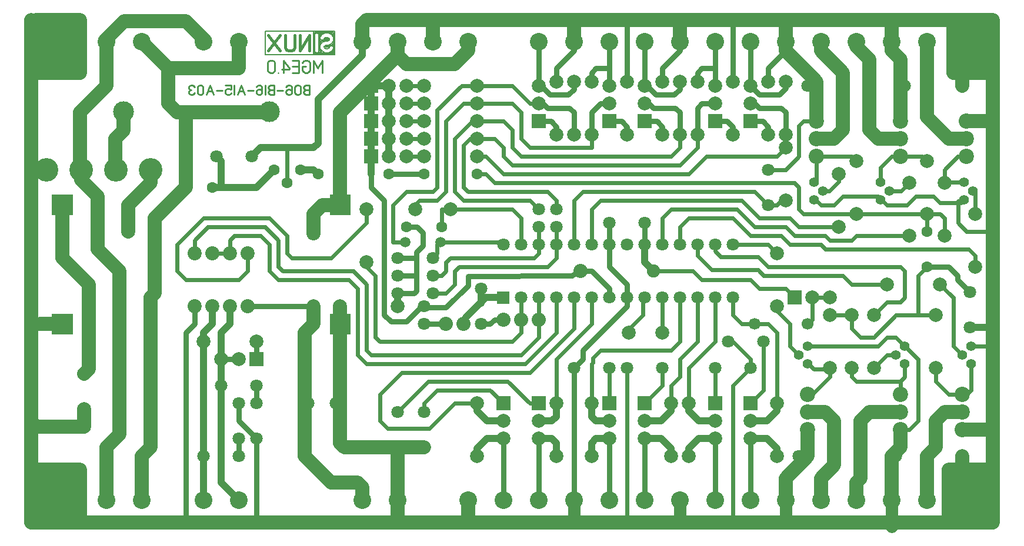
<source format=gbr>
%FSLAX34Y34*%
%MOMM*%
%LNSILK_TOP*%
G71*
G01*
%ADD10C, 4.50*%
%ADD11C, 1.80*%
%ADD12C, 2.54*%
%ADD13C, 2.00*%
%ADD14C, 2.00*%
%ADD15C, 2.03*%
%ADD16C, 1.91*%
%ADD17C, 2.04*%
%ADD18C, 1.00*%
%ADD19C, 1.80*%
%ADD20C, 2.00*%
%ADD21C, 0.80*%
%ADD22C, 1.80*%
%ADD23C, 0.60*%
%ADD24C, 1.60*%
%ADD25C, 1.50*%
%ADD26C, 0.40*%
%ADD27C, 0.20*%
%ADD28C, 0.22*%
%ADD29C, 2.04*%
%ADD30C, 0.24*%
%ADD31C, 1.70*%
%ADD32C, 3.00*%
%ADD33C, 3.40*%
%ADD34C, 2.00*%
%ADD35C, 2.20*%
%ADD36C, 1.40*%
%LPD*%
X88900Y-107950D02*
G54D10*
D03*
X88900Y-742950D02*
G54D10*
D03*
X1409700Y-107950D02*
G54D10*
D03*
X1409700Y-742950D02*
G54D10*
D03*
G36*
X86600Y-315200D02*
X116600Y-315200D01*
X116600Y-345200D01*
X86600Y-345200D01*
X86600Y-315200D01*
G37*
G36*
X86600Y-486650D02*
X116600Y-486650D01*
X116600Y-516650D01*
X86600Y-516650D01*
X86600Y-486650D01*
G37*
G36*
X486650Y-486650D02*
X516650Y-486650D01*
X516650Y-516650D01*
X486650Y-516650D01*
X486650Y-486650D01*
G37*
G36*
X486650Y-315200D02*
X516650Y-315200D01*
X516650Y-345200D01*
X486650Y-345200D01*
X486650Y-315200D01*
G37*
G36*
X727600Y-454550D02*
X745600Y-454550D01*
X745600Y-472550D01*
X727600Y-472550D01*
X727600Y-454550D01*
G37*
X762000Y-463550D02*
G54D11*
D03*
X787400Y-463550D02*
G54D11*
D03*
X812800Y-463550D02*
G54D11*
D03*
X838200Y-463550D02*
G54D11*
D03*
X863600Y-463550D02*
G54D11*
D03*
X889000Y-463550D02*
G54D11*
D03*
X914400Y-463550D02*
G54D11*
D03*
X939800Y-463550D02*
G54D11*
D03*
X965200Y-463550D02*
G54D11*
D03*
X990600Y-463550D02*
G54D11*
D03*
X1016000Y-463550D02*
G54D11*
D03*
X1041400Y-463550D02*
G54D11*
D03*
X1066800Y-463550D02*
G54D11*
D03*
X1066800Y-387350D02*
G54D11*
D03*
X1041400Y-387350D02*
G54D11*
D03*
X1016000Y-387350D02*
G54D11*
D03*
X990600Y-387350D02*
G54D11*
D03*
X965200Y-387350D02*
G54D11*
D03*
X939800Y-387350D02*
G54D11*
D03*
X914400Y-387350D02*
G54D11*
D03*
X889000Y-387350D02*
G54D11*
D03*
X863600Y-387350D02*
G54D11*
D03*
X838200Y-387350D02*
G54D11*
D03*
X812800Y-387350D02*
G54D11*
D03*
X787400Y-387350D02*
G54D11*
D03*
X762000Y-387350D02*
G54D11*
D03*
X736600Y-387350D02*
G54D11*
D03*
X215900Y-755650D02*
G54D12*
D03*
X165100Y-755650D02*
G54D12*
D03*
X165100Y-95250D02*
G54D12*
D03*
X215900Y-95250D02*
G54D12*
D03*
X304800Y-95250D02*
G54D12*
D03*
X355600Y-95250D02*
G54D12*
D03*
X1295400Y-755650D02*
G54D12*
D03*
X1244600Y-755650D02*
G54D12*
D03*
X1346200Y-755650D02*
G54D12*
D03*
X1143000Y-755650D02*
G54D12*
D03*
X1092200Y-755650D02*
G54D12*
D03*
X1193800Y-755650D02*
G54D12*
D03*
X990600Y-755650D02*
G54D12*
D03*
X939800Y-755650D02*
G54D12*
D03*
X1041400Y-755650D02*
G54D12*
D03*
X838200Y-755650D02*
G54D12*
D03*
X787400Y-755650D02*
G54D12*
D03*
X889000Y-755650D02*
G54D12*
D03*
X584200Y-755650D02*
G54D12*
D03*
X533400Y-755650D02*
G54D12*
D03*
X355600Y-755650D02*
G54D12*
D03*
X304800Y-755650D02*
G54D12*
D03*
G54D13*
X304800Y-95250D02*
X304800Y-90488D01*
X279400Y-65088D01*
X190500Y-65088D01*
X165100Y-90488D01*
X165100Y-93662D01*
X133320Y-649319D02*
G54D14*
D03*
X133320Y-573119D02*
G54D14*
D03*
X368300Y-476250D02*
G54D15*
D03*
X342900Y-476250D02*
G54D15*
D03*
X317500Y-476250D02*
G54D15*
D03*
X292100Y-476250D02*
G54D15*
D03*
X368300Y-400050D02*
G54D15*
D03*
X342900Y-400050D02*
G54D15*
D03*
X317500Y-400050D02*
G54D15*
D03*
X292100Y-400050D02*
G54D15*
D03*
X463550Y-476250D02*
G54D16*
D03*
X463550Y-371475D02*
G54D17*
D03*
G54D18*
X317500Y-476250D02*
X317500Y-501650D01*
X304800Y-514350D01*
X304800Y-755650D01*
G54D18*
X342900Y-476250D02*
X342900Y-501650D01*
X330200Y-514350D01*
X330200Y-730250D01*
X355600Y-755650D01*
X304800Y-527050D02*
G54D14*
D03*
X381000Y-527050D02*
G54D14*
D03*
X304800Y-692150D02*
G54D19*
D03*
X355600Y-692150D02*
G54D19*
D03*
X330200Y-590550D02*
G54D19*
D03*
X381000Y-590550D02*
G54D19*
D03*
X381000Y-666750D02*
G54D19*
D03*
X381000Y-615950D02*
G54D19*
D03*
X355600Y-615950D02*
G54D19*
D03*
X355600Y-666750D02*
G54D19*
D03*
G36*
X391000Y-562450D02*
X371000Y-562450D01*
X371000Y-542450D01*
X391000Y-542450D01*
X391000Y-562450D01*
G37*
X355600Y-552450D02*
G54D20*
D03*
X330200Y-552450D02*
G54D20*
D03*
G54D21*
X355600Y-692150D02*
X355600Y-666750D01*
G54D21*
X355600Y-615950D02*
X355600Y-641350D01*
X381000Y-666750D01*
X381000Y-793750D01*
G54D13*
X584200Y-755650D02*
X584200Y-787400D01*
G54D13*
X685800Y-755650D02*
X685800Y-787400D01*
G54D21*
X368300Y-476250D02*
X457200Y-476250D01*
X450850Y-546100D02*
G54D19*
D03*
X501650Y-546100D02*
G54D19*
D03*
G54D22*
X838200Y-755650D02*
X838200Y-787400D01*
G54D22*
X990600Y-755650D02*
X990600Y-787400D01*
G54D22*
X1143000Y-755650D02*
X1143000Y-787400D01*
G54D22*
X1295400Y-755650D02*
X1295400Y-793750D01*
X495300Y-615950D02*
G54D19*
D03*
X455300Y-615950D02*
G54D19*
D03*
G36*
X746600Y-605950D02*
X746600Y-625950D01*
X726600Y-625950D01*
X726600Y-605950D01*
X746600Y-605950D01*
G37*
X736600Y-641350D02*
G54D20*
D03*
X736600Y-666750D02*
G54D20*
D03*
G36*
X797400Y-605950D02*
X797400Y-625950D01*
X777400Y-625950D01*
X777400Y-605950D01*
X797400Y-605950D01*
G37*
X787400Y-641350D02*
G54D20*
D03*
X787400Y-666750D02*
G54D20*
D03*
G36*
X899000Y-605950D02*
X899000Y-625950D01*
X879000Y-625950D01*
X879000Y-605950D01*
X899000Y-605950D01*
G37*
X889000Y-641350D02*
G54D20*
D03*
X889000Y-666750D02*
G54D20*
D03*
G36*
X949800Y-605950D02*
X949800Y-625950D01*
X929800Y-625950D01*
X929800Y-605950D01*
X949800Y-605950D01*
G37*
X939800Y-641350D02*
G54D20*
D03*
X939800Y-666750D02*
G54D20*
D03*
G36*
X1051400Y-605950D02*
X1051400Y-625950D01*
X1031400Y-625950D01*
X1031400Y-605950D01*
X1051400Y-605950D01*
G37*
X1041400Y-641350D02*
G54D20*
D03*
X1041400Y-666750D02*
G54D20*
D03*
G36*
X1102200Y-605950D02*
X1102200Y-625950D01*
X1082200Y-625950D01*
X1082200Y-605950D01*
X1102200Y-605950D01*
G37*
X1092200Y-641350D02*
G54D20*
D03*
X1092200Y-666750D02*
G54D20*
D03*
X698500Y-692150D02*
G54D14*
D03*
X698500Y-615950D02*
G54D14*
D03*
X812800Y-615950D02*
G54D14*
D03*
X812800Y-692150D02*
G54D14*
D03*
X863600Y-615950D02*
G54D14*
D03*
X863600Y-692150D02*
G54D14*
D03*
X977900Y-615950D02*
G54D14*
D03*
X977900Y-692150D02*
G54D14*
D03*
X1003300Y-615950D02*
G54D14*
D03*
X1003300Y-692150D02*
G54D14*
D03*
X1130300Y-615950D02*
G54D14*
D03*
X1130300Y-692150D02*
G54D14*
D03*
G54D18*
X736600Y-641350D02*
X712800Y-641350D01*
X698500Y-627050D01*
X698500Y-615950D01*
G54D18*
X939800Y-641350D02*
X963600Y-641350D01*
X977900Y-627050D01*
X977900Y-615950D01*
G54D18*
X1041400Y-641350D02*
X1017600Y-641350D01*
X1003300Y-627050D01*
X1003300Y-615950D01*
G54D18*
X1092200Y-641350D02*
X1116000Y-641350D01*
X1130300Y-627050D01*
X1130300Y-615950D01*
G54D18*
X736600Y-666750D02*
X712700Y-666750D01*
X698500Y-680950D01*
X698500Y-692150D01*
G54D18*
X939800Y-666750D02*
X963700Y-666750D01*
X977900Y-680950D01*
X977900Y-692150D01*
G54D18*
X1041400Y-666750D02*
X1017500Y-666750D01*
X1003300Y-680950D01*
X1003300Y-692150D01*
G54D18*
X1092200Y-666750D02*
X1116100Y-666750D01*
X1130300Y-680950D01*
X1130300Y-692150D01*
G54D18*
X787400Y-641350D02*
X806400Y-641350D01*
X812800Y-634950D01*
X812800Y-615950D01*
G54D18*
X787400Y-666750D02*
X806500Y-666750D01*
X812800Y-673050D01*
X812800Y-692150D01*
G54D18*
X889000Y-641350D02*
X870000Y-641350D01*
X863600Y-634950D01*
X863600Y-615950D01*
G54D18*
X889000Y-666750D02*
X869900Y-666750D01*
X863600Y-673050D01*
X863600Y-692150D01*
G54D21*
X736600Y-666750D02*
X736600Y-755650D01*
G54D21*
X787400Y-666750D02*
X787400Y-755650D01*
G54D21*
X889000Y-666750D02*
X889000Y-755650D01*
G54D21*
X939800Y-666750D02*
X939800Y-755650D01*
G54D21*
X1041400Y-666750D02*
X1041400Y-755650D01*
G54D21*
X1092200Y-666750D02*
X1092200Y-755650D01*
X622300Y-628650D02*
G54D19*
D03*
X622300Y-679450D02*
G54D19*
D03*
X584200Y-628650D02*
G54D19*
D03*
X584200Y-679450D02*
G54D19*
D03*
X838200Y-565150D02*
G54D19*
D03*
X889000Y-565150D02*
G54D19*
D03*
X914400Y-565150D02*
G54D19*
D03*
X965200Y-565150D02*
G54D19*
D03*
G54D23*
X889000Y-565150D02*
X889000Y-615950D01*
X965200Y-514350D02*
G54D14*
D03*
X916800Y-514350D02*
G54D14*
D03*
X1041400Y-565150D02*
G54D19*
D03*
X1092200Y-565150D02*
G54D19*
D03*
X1060450Y-527050D02*
G54D19*
D03*
X1111250Y-527050D02*
G54D19*
D03*
G54D21*
X838200Y-565150D02*
X838200Y-755650D01*
G54D23*
X914400Y-565150D02*
X914400Y-793750D01*
G54D23*
X863600Y-615950D02*
X863600Y-558750D01*
X865200Y-557150D01*
X865200Y-550850D01*
X876300Y-539750D01*
X977900Y-539750D01*
X990600Y-527050D01*
X990600Y-463550D01*
G54D23*
X965200Y-565150D02*
X965200Y-590550D01*
X939800Y-615950D01*
G54D23*
X977900Y-615950D02*
X977900Y-590550D01*
X990600Y-577850D01*
X990600Y-552450D01*
X1016000Y-527050D01*
X1016000Y-463550D01*
G54D23*
X1003300Y-615950D02*
X1003300Y-565150D01*
X1041400Y-527050D01*
X1041400Y-463550D01*
G54D23*
X1041400Y-615950D02*
X1041400Y-565150D01*
G54D23*
X1092200Y-565150D02*
X1066800Y-590550D01*
X1066800Y-793750D01*
G54D23*
X965200Y-514350D02*
X965200Y-463550D01*
G54D23*
X914400Y-514350D02*
X912000Y-514350D01*
X937400Y-488950D01*
X937400Y-463550D01*
G54D21*
X838200Y-565150D02*
X850900Y-552450D01*
X850900Y-539750D01*
X914400Y-476250D01*
X914400Y-463550D01*
X1295400Y-95250D02*
G54D12*
D03*
X1346200Y-95250D02*
G54D12*
D03*
X1244600Y-95250D02*
G54D12*
D03*
X1143000Y-95250D02*
G54D12*
D03*
X1193800Y-95250D02*
G54D12*
D03*
X1092200Y-95250D02*
G54D12*
D03*
X990600Y-95250D02*
G54D12*
D03*
X1041400Y-95250D02*
G54D12*
D03*
X939800Y-95250D02*
G54D12*
D03*
X838200Y-95250D02*
G54D12*
D03*
X889000Y-95250D02*
G54D12*
D03*
X787400Y-95250D02*
G54D12*
D03*
X533400Y-95250D02*
G54D12*
D03*
X584200Y-95250D02*
G54D12*
D03*
G54D13*
X533400Y-95250D02*
X533400Y-69850D01*
G54D13*
X584200Y-95250D02*
X584200Y-114300D01*
X501650Y-196850D01*
X1346130Y-368380D02*
G54D24*
D03*
X1346130Y-419180D02*
G54D24*
D03*
G54D13*
X1295400Y-95250D02*
X1295400Y-63500D01*
G54D13*
X1143000Y-95250D02*
X1143000Y-63500D01*
G54D13*
X990600Y-95250D02*
X990600Y-63500D01*
G54D13*
X838200Y-95250D02*
X838200Y-63500D01*
G54D13*
X635000Y-95250D02*
X635000Y-63500D01*
G54D13*
X685800Y-95250D02*
X685800Y-107950D01*
X666750Y-127000D01*
X596900Y-127000D01*
X584200Y-114300D01*
G36*
X1082200Y-219550D02*
X1082200Y-199550D01*
X1102200Y-199550D01*
X1102200Y-219550D01*
X1082200Y-219550D01*
G37*
X1092200Y-184150D02*
G54D20*
D03*
X1092200Y-158750D02*
G54D20*
D03*
G36*
X1031400Y-219550D02*
X1031400Y-199550D01*
X1051400Y-199550D01*
X1051400Y-219550D01*
X1031400Y-219550D01*
G37*
X1041400Y-184150D02*
G54D20*
D03*
X1041400Y-158750D02*
G54D20*
D03*
G36*
X929800Y-219550D02*
X929800Y-199550D01*
X949800Y-199550D01*
X949800Y-219550D01*
X929800Y-219550D01*
G37*
X939800Y-184150D02*
G54D20*
D03*
X939800Y-158750D02*
G54D20*
D03*
G36*
X879000Y-219550D02*
X879000Y-199550D01*
X899000Y-199550D01*
X899000Y-219550D01*
X879000Y-219550D01*
G37*
X889000Y-184150D02*
G54D20*
D03*
X889000Y-158750D02*
G54D20*
D03*
G36*
X777400Y-219550D02*
X777400Y-199550D01*
X797400Y-199550D01*
X797400Y-219550D01*
X777400Y-219550D01*
G37*
X787400Y-184150D02*
G54D20*
D03*
X787400Y-158750D02*
G54D20*
D03*
X1117600Y-152400D02*
G54D14*
D03*
X1117600Y-228600D02*
G54D14*
D03*
G54D21*
X1092200Y-95250D02*
X1092200Y-158750D01*
X1143000Y-152400D02*
G54D14*
D03*
X1143000Y-228600D02*
G54D14*
D03*
G54D21*
X1143000Y-95250D02*
X1143000Y-107950D01*
X1117600Y-133350D01*
X1117600Y-152400D01*
G54D21*
X1092200Y-209550D02*
X1109750Y-209550D01*
X1117600Y-217400D01*
X1117600Y-228600D01*
G54D21*
X1143000Y-152400D02*
X1143000Y-162000D01*
X1133500Y-171500D01*
X1104950Y-171500D01*
X1092200Y-158750D01*
G54D21*
X1092200Y-184150D02*
X1098550Y-184150D01*
X1104900Y-190500D01*
X1136650Y-190500D01*
X1143000Y-196850D01*
X1143000Y-228600D01*
X1066800Y-152400D02*
G54D14*
D03*
X1066800Y-228600D02*
G54D14*
D03*
X1016000Y-152400D02*
G54D14*
D03*
X1016000Y-228600D02*
G54D14*
D03*
X965200Y-152400D02*
G54D14*
D03*
X965200Y-228600D02*
G54D14*
D03*
X990600Y-152400D02*
G54D14*
D03*
X990600Y-228600D02*
G54D14*
D03*
X914400Y-152400D02*
G54D14*
D03*
X914400Y-228600D02*
G54D14*
D03*
X863600Y-152400D02*
G54D14*
D03*
X863600Y-228600D02*
G54D14*
D03*
X838200Y-152400D02*
G54D14*
D03*
X838200Y-228600D02*
G54D14*
D03*
X812800Y-152400D02*
G54D14*
D03*
X812800Y-228600D02*
G54D14*
D03*
G54D21*
X1041400Y-95250D02*
X1041400Y-158750D01*
G54D21*
X1066800Y-152400D02*
X1066800Y-57150D01*
G54D21*
X1041400Y-209550D02*
X1057250Y-209550D01*
X1057300Y-209500D01*
X1058900Y-209500D01*
X1066800Y-217400D01*
X1066800Y-228600D01*
G54D21*
X1016000Y-152400D02*
X1016000Y-139700D01*
X1022350Y-133350D01*
X1041400Y-133350D01*
G54D21*
X1016000Y-228600D02*
X1016000Y-190500D01*
X1022350Y-184150D01*
X1041400Y-184150D01*
G54D21*
X990600Y-95250D02*
X990600Y-107950D01*
X965200Y-133350D01*
X965200Y-152400D01*
G54D21*
X939800Y-95250D02*
X939800Y-158750D01*
G54D21*
X939800Y-209550D02*
X957350Y-209550D01*
X965200Y-217400D01*
X965200Y-228600D01*
G54D21*
X939800Y-158750D02*
X942950Y-158750D01*
X955700Y-171500D01*
X982600Y-171500D01*
X990600Y-163500D01*
X990600Y-152400D01*
G54D21*
X939800Y-184150D02*
X946150Y-184150D01*
X952500Y-190500D01*
X984250Y-190500D01*
X990600Y-196850D01*
X990600Y-228600D01*
G54D21*
X914400Y-152400D02*
X914400Y-57150D01*
G54D21*
X889000Y-209550D02*
X906550Y-209550D01*
X914400Y-217400D01*
X914400Y-228600D01*
G54D21*
X889000Y-95250D02*
X889000Y-158750D01*
G54D21*
X863600Y-152400D02*
X863600Y-139700D01*
X869950Y-133350D01*
X889000Y-133350D01*
G54D21*
X863600Y-228600D02*
X863600Y-196850D01*
X876300Y-184150D01*
X889000Y-184150D01*
G54D21*
X812800Y-152400D02*
X812800Y-133350D01*
X838200Y-107950D01*
X838200Y-95250D01*
G54D21*
X787400Y-209550D02*
X804950Y-209550D01*
X812800Y-217400D01*
X812800Y-228600D01*
G54D21*
X787400Y-95250D02*
X787400Y-158750D01*
G54D21*
X787400Y-158750D02*
X790550Y-158750D01*
X803300Y-171500D01*
X830200Y-171500D01*
X838200Y-163500D01*
X838200Y-152400D01*
G54D21*
X787400Y-184150D02*
X793750Y-184150D01*
X800100Y-190500D01*
X831850Y-190500D01*
X838200Y-196850D01*
X838200Y-228600D01*
G36*
X536100Y-148750D02*
X556100Y-148750D01*
X556100Y-168750D01*
X536100Y-168750D01*
X536100Y-148750D01*
G37*
X571500Y-158750D02*
G54D20*
D03*
X596900Y-158750D02*
G54D20*
D03*
G36*
X536100Y-174150D02*
X556100Y-174150D01*
X556100Y-194150D01*
X536100Y-194150D01*
X536100Y-174150D01*
G37*
X571500Y-184150D02*
G54D20*
D03*
X596900Y-184150D02*
G54D20*
D03*
G36*
X536100Y-199550D02*
X556100Y-199550D01*
X556100Y-219550D01*
X536100Y-219550D01*
X536100Y-199550D01*
G37*
X571500Y-209550D02*
G54D20*
D03*
X596900Y-209550D02*
G54D20*
D03*
G36*
X536100Y-224950D02*
X556100Y-224950D01*
X556100Y-244950D01*
X536100Y-244950D01*
X536100Y-224950D01*
G37*
X571500Y-234950D02*
G54D20*
D03*
X596900Y-234950D02*
G54D20*
D03*
G36*
X536100Y-250350D02*
X556100Y-250350D01*
X556100Y-270350D01*
X536100Y-270350D01*
X536100Y-250350D01*
G37*
X571500Y-260350D02*
G54D20*
D03*
X596900Y-260350D02*
G54D20*
D03*
G54D23*
X698500Y-615950D02*
X673100Y-615950D01*
G54D23*
X673100Y-615950D02*
X666800Y-615950D01*
X630300Y-652450D01*
X569900Y-652450D01*
X558800Y-641350D01*
X558800Y-603250D01*
G54D23*
X812800Y-615950D02*
X812800Y-552450D01*
X863600Y-501650D01*
X863600Y-463550D01*
X622300Y-158750D02*
G54D14*
D03*
X698500Y-158750D02*
G54D14*
D03*
X622300Y-184150D02*
G54D14*
D03*
X698500Y-184150D02*
G54D14*
D03*
X622300Y-209550D02*
G54D14*
D03*
X698500Y-209550D02*
G54D14*
D03*
X622300Y-234950D02*
G54D14*
D03*
X698500Y-234950D02*
G54D14*
D03*
X622300Y-260350D02*
G54D14*
D03*
X698500Y-260350D02*
G54D14*
D03*
G54D23*
X698500Y-209550D02*
X736600Y-209550D01*
X749300Y-222250D01*
X749300Y-247650D01*
X762000Y-260350D01*
X977900Y-260350D01*
X990600Y-247650D01*
X990600Y-228600D01*
G54D23*
X698500Y-184150D02*
X749300Y-184150D01*
X762000Y-196850D01*
X762000Y-234950D01*
X774700Y-247650D01*
X863600Y-247650D01*
X863600Y-228600D01*
G54D23*
X698500Y-234950D02*
X723900Y-234950D01*
X736600Y-247650D01*
X736600Y-260350D01*
X749300Y-273050D01*
X990600Y-273050D01*
X1016000Y-247650D01*
X1016000Y-228600D01*
G54D23*
X698500Y-260350D02*
X711200Y-260350D01*
X736600Y-285750D01*
X1003300Y-285750D01*
X1028700Y-260350D01*
X1130300Y-260350D01*
X1143000Y-247650D01*
X1143000Y-228600D01*
X1143000Y-247650D02*
G54D14*
D03*
X1143000Y-323850D02*
G54D14*
D03*
X1117600Y-279400D02*
G54D19*
D03*
X1117600Y-330200D02*
G54D19*
D03*
X812800Y-336550D02*
G54D19*
D03*
X812800Y-361950D02*
G54D19*
D03*
X787400Y-361950D02*
G54D19*
D03*
X787400Y-336550D02*
G54D19*
D03*
G54D23*
X698500Y-234950D02*
X688900Y-234950D01*
X679400Y-244450D01*
X679400Y-304750D01*
X685800Y-311150D01*
X800100Y-311150D01*
X812800Y-323850D01*
X812800Y-336550D01*
G54D23*
X698500Y-209550D02*
X692150Y-209550D01*
X666750Y-234950D01*
X666750Y-311150D01*
X679450Y-323850D01*
X774700Y-323850D01*
X787400Y-336550D01*
G54D23*
X812800Y-361950D02*
X812800Y-387350D01*
G54D23*
X787400Y-361950D02*
X787400Y-387350D01*
X609600Y-336550D02*
G54D14*
D03*
X660400Y-336550D02*
G54D14*
D03*
X595312Y-384175D02*
G54D25*
D03*
X646112Y-384175D02*
G54D25*
D03*
G54D23*
X622300Y-158750D02*
X596900Y-158750D01*
G54D23*
X622300Y-184150D02*
X596900Y-184150D01*
G54D23*
X622300Y-209550D02*
X596900Y-209550D01*
G54D23*
X622300Y-234950D02*
X596900Y-234950D01*
G54D23*
X622300Y-260350D02*
X596900Y-260350D01*
G54D18*
X546100Y-158750D02*
X546100Y-285750D01*
G54D23*
X317500Y-400050D02*
X342900Y-400050D01*
X596900Y-361950D02*
G54D24*
D03*
X647700Y-361950D02*
G54D24*
D03*
X584200Y-406400D02*
G54D19*
D03*
X635000Y-406400D02*
G54D19*
D03*
G54D23*
X647700Y-336550D02*
X647700Y-361950D01*
G54D23*
X698500Y-184150D02*
X679450Y-184150D01*
X654050Y-209550D01*
X654050Y-311150D01*
X641350Y-323850D01*
X615950Y-323850D01*
X606425Y-333375D01*
G54D23*
X647700Y-336550D02*
X749300Y-336550D01*
X762000Y-349250D01*
X762000Y-381000D01*
G54D23*
X698500Y-158750D02*
X676300Y-158750D01*
X641400Y-193650D01*
X641400Y-304750D01*
X635000Y-311150D01*
X596900Y-311150D01*
X577850Y-330200D01*
X577850Y-384175D01*
X595312Y-384175D01*
X584200Y-431800D02*
G54D19*
D03*
X635000Y-431800D02*
G54D19*
D03*
X584200Y-457200D02*
G54D19*
D03*
X635000Y-457200D02*
G54D19*
D03*
G54D21*
X889000Y-387350D02*
X889000Y-419100D01*
X914400Y-444500D01*
X914400Y-463550D01*
X952500Y-425450D02*
G54D16*
D03*
X847725Y-425450D02*
G54D17*
D03*
G54D18*
X939800Y-387350D02*
X939800Y-412742D01*
X952478Y-425421D01*
X584200Y-476250D02*
G54D14*
D03*
X501650Y-476250D02*
G54D14*
D03*
G54D21*
X546100Y-285750D02*
X546100Y-304800D01*
X565150Y-323850D01*
X565150Y-488950D01*
X574675Y-498475D01*
X596900Y-498475D01*
X617538Y-477838D01*
X654050Y-477838D01*
X685800Y-446088D01*
X685753Y-432617D01*
X834974Y-431800D01*
X847704Y-425421D01*
X889000Y-355600D02*
G54D19*
D03*
X939800Y-355600D02*
G54D19*
D03*
G54D21*
X889000Y-355600D02*
X889000Y-387350D01*
G54D21*
X939800Y-355600D02*
X939800Y-387350D01*
G54D13*
X501650Y-196850D02*
X501650Y-247650D01*
G54D13*
X57150Y-63500D02*
X57150Y-787400D01*
G54D13*
X57150Y-787400D02*
X1441450Y-787400D01*
G54D13*
X565150Y-63500D02*
X539750Y-63500D01*
X533400Y-69850D01*
G54D13*
X565150Y-63500D02*
X1441450Y-63500D01*
G54D13*
X1441450Y-107950D02*
X1441450Y-63500D01*
X1435100Y-63500D01*
G54D13*
X1441450Y-107950D02*
X1441450Y-781050D01*
X1435100Y-787400D01*
X133320Y-623919D02*
G54D14*
D03*
G54D13*
X95250Y-63500D02*
X63500Y-63500D01*
G54D13*
X63500Y-107950D02*
X107950Y-107950D01*
X107950Y-63500D01*
X95250Y-63500D01*
G54D13*
X1397000Y-69850D02*
X1397000Y-107950D01*
X1441450Y-107950D01*
G54D13*
X1397000Y-781050D02*
X1397000Y-742950D01*
X1441450Y-742950D01*
G54D13*
X76200Y-742950D02*
X107950Y-742950D01*
X107950Y-781050D01*
G54D26*
X457200Y-107950D02*
X457200Y-85728D01*
X443867Y-107950D01*
X443867Y-85728D01*
G54D26*
X436100Y-85728D02*
X436100Y-103784D01*
X434434Y-106561D01*
X431100Y-107950D01*
X427767Y-107950D01*
X424434Y-106561D01*
X422767Y-103784D01*
X422767Y-85728D01*
G54D26*
X415000Y-85728D02*
X398334Y-107950D01*
G54D26*
X415000Y-107950D02*
X398334Y-85728D01*
G54D27*
X463606Y-80013D02*
X393756Y-80013D01*
X393756Y-113350D01*
X463606Y-113350D01*
X463606Y-80013D01*
X493769Y-80013D01*
X493769Y-113350D01*
X463606Y-113350D01*
G54D27*
X472656Y-100519D02*
X474256Y-97819D01*
X475656Y-95719D01*
X479956Y-93919D01*
X483356Y-93819D01*
X485356Y-93219D01*
X486056Y-92119D01*
X486056Y-90819D01*
X485556Y-89619D01*
X483656Y-88719D01*
X481556Y-88719D01*
X479456Y-89519D01*
X478356Y-91519D01*
X476956Y-92819D01*
X475056Y-92919D01*
X473456Y-91919D01*
X472756Y-90619D01*
X472856Y-88919D01*
X475456Y-84819D01*
X480256Y-82719D01*
X484556Y-82719D01*
X489456Y-84719D01*
X492056Y-89019D01*
X492056Y-93519D01*
X489656Y-97619D01*
X484756Y-99819D01*
X481456Y-99819D01*
X479556Y-100619D01*
X478756Y-101919D01*
X478756Y-103019D01*
X479756Y-104419D01*
X481656Y-105019D01*
X483656Y-104919D01*
X485556Y-104019D01*
X487056Y-101419D01*
X488956Y-100619D01*
X490456Y-101119D01*
X491656Y-102019D01*
X492056Y-103119D01*
X491856Y-105119D01*
X489356Y-109019D01*
X484656Y-110919D01*
X480156Y-111019D01*
X475856Y-109019D01*
X472756Y-104819D01*
X472756Y-102519D01*
X472756Y-100519D01*
G54D27*
X464956Y-85619D02*
X464956Y-108619D01*
X465356Y-109519D01*
X466356Y-110519D01*
X467556Y-111019D01*
X468856Y-110919D01*
X470056Y-110119D01*
X470856Y-109219D01*
X471056Y-107819D01*
X471056Y-86319D01*
X470556Y-84019D01*
X469456Y-83019D01*
X467856Y-82519D01*
X467656Y-82719D01*
X466456Y-83019D01*
X465256Y-84119D01*
X465156Y-84819D01*
G54D27*
X465194Y-83188D02*
X465194Y-81600D01*
X469956Y-81600D01*
X492182Y-81600D01*
X492182Y-87156D01*
X492975Y-87950D01*
X492975Y-86363D01*
X490594Y-83982D01*
X490594Y-83188D01*
X488213Y-83188D01*
X487419Y-82394D01*
X477894Y-82394D01*
X477100Y-83188D01*
X470750Y-83188D01*
X470750Y-83982D01*
X471544Y-84775D01*
X473925Y-84775D01*
X472338Y-86363D01*
X472338Y-87950D01*
X472338Y-98269D01*
X471544Y-99063D01*
X471544Y-98269D01*
X473925Y-95888D01*
X473925Y-93506D01*
X474719Y-93506D01*
X475513Y-94300D01*
X477100Y-94300D01*
X478688Y-92713D01*
X483450Y-92713D01*
X484244Y-91919D01*
X484244Y-90332D01*
X481069Y-90332D01*
X480275Y-91125D01*
X483450Y-91125D01*
G54D27*
X465194Y-110175D02*
X465194Y-111763D01*
X492182Y-111763D01*
X492182Y-107000D01*
X492975Y-106206D01*
X492975Y-107000D01*
X490594Y-109382D01*
X490594Y-110175D01*
X489006Y-110175D01*
X487419Y-110175D01*
X486625Y-110969D01*
X476306Y-110969D01*
X471544Y-110969D01*
X471544Y-110175D01*
X472338Y-109382D01*
X473925Y-109382D01*
X474719Y-110175D01*
X474719Y-108588D01*
X472338Y-106206D01*
X472338Y-107794D01*
G54D27*
X492182Y-94300D02*
X492182Y-101444D01*
X492182Y-100650D01*
X491388Y-99856D01*
X491388Y-97475D01*
X491388Y-98269D01*
X489800Y-99856D01*
X487419Y-99856D01*
X486625Y-100650D01*
X481863Y-100650D01*
X481069Y-101444D01*
X485038Y-101444D01*
X485038Y-103032D01*
X481069Y-103032D01*
X480275Y-102238D01*
G54D27*
X481069Y-91125D02*
X480275Y-91125D01*
X478688Y-92713D01*
X478688Y-93506D01*
X477894Y-94300D01*
X474719Y-94300D01*
X473925Y-93506D01*
G54D27*
X470750Y-82394D02*
X473132Y-82394D01*
X474719Y-83982D01*
G54D13*
X63500Y-127000D02*
X114300Y-127000D01*
X127000Y-114300D01*
X127000Y-63500D01*
G36*
X63500Y-63500D02*
X63500Y-139700D01*
X127000Y-139700D01*
X127000Y-63500D01*
X63500Y-63500D01*
G37*
G54D13*
X63500Y-63500D02*
X63500Y-139700D01*
X127000Y-139700D01*
X127000Y-63500D01*
X63500Y-63500D01*
G36*
X127000Y-787400D02*
X127000Y-711200D01*
X57150Y-711200D01*
X57150Y-781050D01*
X63500Y-787400D01*
X127000Y-787400D01*
G37*
G54D13*
X127000Y-787400D02*
X127000Y-711200D01*
X57150Y-711200D01*
X57150Y-781050D01*
X63500Y-787400D01*
X127000Y-787400D01*
G36*
X1377950Y-711200D02*
X1377950Y-787400D01*
X1441450Y-787400D01*
X1441450Y-711200D01*
X1377950Y-711200D01*
G37*
G54D13*
X1377950Y-711200D02*
X1377950Y-787400D01*
X1441450Y-787400D01*
X1441450Y-711200D01*
X1377950Y-711200D01*
G36*
X1384300Y-139700D02*
X1441450Y-139700D01*
X1441450Y-63500D01*
X1384300Y-63500D01*
X1384300Y-139700D01*
G37*
G54D13*
X1384300Y-139700D02*
X1441450Y-139700D01*
X1441450Y-63500D01*
X1384300Y-63500D01*
X1384300Y-139700D01*
X635000Y-95250D02*
G54D12*
D03*
X685800Y-95250D02*
G54D12*
D03*
X736600Y-755650D02*
G54D12*
D03*
X685800Y-755650D02*
G54D12*
D03*
G54D28*
X476250Y-139700D02*
X476250Y-121922D01*
X469583Y-133033D01*
X462917Y-121922D01*
X462917Y-139700D01*
G54D28*
X452695Y-130811D02*
X447361Y-130811D01*
X447361Y-136367D01*
X448695Y-138589D01*
X451361Y-139700D01*
X454028Y-139700D01*
X456695Y-138589D01*
X458028Y-136367D01*
X458028Y-125256D01*
X456695Y-123033D01*
X454028Y-121922D01*
X451361Y-121922D01*
X448695Y-123033D01*
X447361Y-125256D01*
G54D28*
X433139Y-139700D02*
X442472Y-139700D01*
X442472Y-121922D01*
X433139Y-121922D01*
G54D28*
X442472Y-130811D02*
X433139Y-130811D01*
G54D28*
X420250Y-139700D02*
X420250Y-121922D01*
X428250Y-133033D01*
X428250Y-135256D01*
X417583Y-135256D01*
G54D28*
X412694Y-139700D02*
X412694Y-139700D01*
G54D28*
X397138Y-125256D02*
X397138Y-136367D01*
X398472Y-138589D01*
X401138Y-139700D01*
X403805Y-139700D01*
X406472Y-138589D01*
X407805Y-136367D01*
X407805Y-125256D01*
X406472Y-123033D01*
X403805Y-121922D01*
X401138Y-121922D01*
X398472Y-123033D01*
X397138Y-125256D01*
X787400Y-495300D02*
G54D29*
D03*
X762000Y-495300D02*
G54D29*
D03*
G54D18*
X736600Y-463550D02*
X711200Y-463550D01*
X682625Y-492125D01*
X736442Y-495342D02*
G54D29*
D03*
X704850Y-450850D02*
G54D19*
D03*
X704850Y-501650D02*
G54D19*
D03*
G54D18*
X704850Y-450850D02*
X704850Y-471488D01*
X679450Y-501650D02*
G54D29*
D03*
X654050Y-501650D02*
G54D29*
D03*
G54D18*
X584200Y-457200D02*
X584200Y-476250D01*
G54D30*
X457200Y-171450D02*
X457200Y-158117D01*
X452200Y-158117D01*
X450200Y-158950D01*
X449200Y-160617D01*
X449200Y-162283D01*
X450200Y-163950D01*
X452200Y-164783D01*
X450200Y-165617D01*
X449200Y-167283D01*
X449200Y-168950D01*
X450200Y-170617D01*
X452200Y-171450D01*
X457200Y-171450D01*
G54D30*
X457200Y-164783D02*
X452200Y-164783D01*
G54D30*
X436533Y-160617D02*
X436533Y-168950D01*
X437533Y-170617D01*
X439533Y-171450D01*
X441533Y-171450D01*
X443533Y-170617D01*
X444533Y-168950D01*
X444533Y-160617D01*
X443533Y-158950D01*
X441533Y-158117D01*
X439533Y-158117D01*
X437533Y-158950D01*
X436533Y-160617D01*
G54D30*
X423866Y-160617D02*
X424866Y-158950D01*
X426866Y-158117D01*
X428866Y-158117D01*
X430866Y-158950D01*
X431866Y-160617D01*
X431866Y-164783D01*
X431866Y-165617D01*
X428866Y-163950D01*
X426866Y-163950D01*
X424866Y-164783D01*
X423866Y-166450D01*
X423866Y-168950D01*
X424866Y-170617D01*
X426866Y-171450D01*
X428866Y-171450D01*
X430866Y-170617D01*
X431866Y-168950D01*
X431866Y-164783D01*
G54D30*
X419199Y-165617D02*
X411199Y-165617D01*
G54D30*
X406532Y-171450D02*
X406532Y-158117D01*
X401532Y-158117D01*
X399532Y-158950D01*
X398532Y-160617D01*
X398532Y-162283D01*
X399532Y-163950D01*
X401532Y-164783D01*
X399532Y-165617D01*
X398532Y-167283D01*
X398532Y-168950D01*
X399532Y-170617D01*
X401532Y-171450D01*
X406532Y-171450D01*
G54D30*
X406532Y-164783D02*
X401532Y-164783D01*
G54D30*
X393865Y-171450D02*
X393865Y-158117D01*
G54D30*
X381198Y-160617D02*
X382198Y-158950D01*
X384198Y-158117D01*
X386198Y-158117D01*
X388198Y-158950D01*
X389198Y-160617D01*
X389198Y-164783D01*
X389198Y-165617D01*
X386198Y-163950D01*
X384198Y-163950D01*
X382198Y-164783D01*
X381198Y-166450D01*
X381198Y-168950D01*
X382198Y-170617D01*
X384198Y-171450D01*
X386198Y-171450D01*
X388198Y-170617D01*
X389198Y-168950D01*
X389198Y-164783D01*
G54D30*
X376531Y-165617D02*
X368531Y-165617D01*
G54D30*
X363864Y-171450D02*
X358864Y-158117D01*
X353864Y-171450D01*
G54D30*
X361864Y-166450D02*
X355864Y-166450D01*
G54D30*
X349197Y-171450D02*
X349197Y-158117D01*
G54D30*
X336530Y-158117D02*
X344530Y-158117D01*
X344530Y-163950D01*
X343530Y-163950D01*
X341530Y-163117D01*
X339530Y-163117D01*
X337530Y-163950D01*
X336530Y-165617D01*
X336530Y-168950D01*
X337530Y-170617D01*
X339530Y-171450D01*
X341530Y-171450D01*
X343530Y-170617D01*
X344530Y-168950D01*
G54D30*
X331863Y-165617D02*
X323863Y-165617D01*
G54D30*
X319196Y-171450D02*
X314196Y-158117D01*
X309196Y-171450D01*
G54D30*
X317196Y-166450D02*
X311196Y-166450D01*
G54D30*
X296529Y-160617D02*
X296529Y-168950D01*
X297529Y-170617D01*
X299529Y-171450D01*
X301529Y-171450D01*
X303529Y-170617D01*
X304529Y-168950D01*
X304529Y-160617D01*
X303529Y-158950D01*
X301529Y-158117D01*
X299529Y-158117D01*
X297529Y-158950D01*
X296529Y-160617D01*
G54D30*
X291862Y-160617D02*
X290862Y-158950D01*
X288862Y-158117D01*
X286862Y-158117D01*
X284862Y-158950D01*
X283862Y-160617D01*
X283862Y-162283D01*
X284862Y-163950D01*
X286862Y-164783D01*
X284862Y-165617D01*
X283862Y-167283D01*
X283862Y-168950D01*
X284862Y-170617D01*
X286862Y-171450D01*
X288862Y-171450D01*
X290862Y-170617D01*
X291862Y-168950D01*
G54D23*
X1041400Y-387350D02*
X1041400Y-396875D01*
X1049338Y-404813D01*
X1103313Y-404813D01*
X1104900Y-406400D01*
G54D23*
X1016000Y-387350D02*
X1016000Y-403225D01*
X1036638Y-423863D01*
X1103313Y-423863D01*
X1104900Y-425450D01*
X1098550Y-501650D02*
G54D31*
D03*
X1174750Y-501650D02*
G54D31*
D03*
G54D23*
X952500Y-425450D02*
X1009650Y-425450D01*
X1022350Y-438150D01*
X1092200Y-438150D01*
X1104900Y-450850D01*
G36*
X1145700Y-453550D02*
X1165700Y-453550D01*
X1165700Y-473550D01*
X1145700Y-473550D01*
X1145700Y-453550D01*
G37*
X1181100Y-463550D02*
G54D20*
D03*
X1206500Y-463550D02*
G54D20*
D03*
G54D23*
X1206500Y-463550D02*
X1181100Y-463550D01*
G54D23*
X641350Y-387350D02*
X641350Y-400050D01*
X635000Y-406400D01*
G54D21*
X596900Y-361950D02*
X612700Y-361950D01*
X620700Y-369950D01*
X620700Y-388900D01*
X611200Y-398400D01*
X611200Y-454000D01*
X608000Y-457200D01*
X584200Y-457200D01*
G54D21*
X584200Y-431800D02*
X611200Y-431800D01*
G54D21*
X584200Y-406400D02*
X611200Y-406400D01*
G54D23*
X646112Y-384175D02*
X733425Y-384175D01*
X736600Y-387350D01*
G54D23*
X635000Y-431800D02*
X647700Y-431800D01*
X654050Y-425450D01*
X654050Y-412750D01*
X660400Y-406400D01*
X666750Y-406400D01*
G54D21*
X847725Y-425450D02*
X863600Y-425450D01*
X889000Y-450850D01*
X889000Y-463550D01*
G54D23*
X736600Y-615950D02*
X717550Y-596900D01*
X641350Y-596900D01*
X622300Y-615950D01*
X622300Y-628650D01*
G54D23*
X787400Y-615950D02*
X774700Y-615950D01*
X742950Y-584200D01*
X628650Y-584200D01*
X584200Y-628650D01*
G54D23*
X838200Y-463550D02*
X838200Y-508000D01*
X774700Y-571500D01*
X590550Y-571500D01*
X558800Y-603250D01*
G54D21*
X736442Y-495342D02*
X723858Y-495342D01*
X717550Y-501650D01*
X704850Y-501650D01*
G54D23*
X812800Y-387350D02*
X812800Y-406400D01*
X800100Y-419100D01*
X673100Y-419100D01*
X666750Y-425450D01*
X666750Y-444500D01*
X654050Y-457200D01*
X635000Y-457200D01*
G54D23*
X787400Y-387350D02*
X787400Y-400050D01*
X781050Y-406400D01*
X666750Y-406400D01*
X190088Y-195900D02*
G54D32*
D03*
X399638Y-195900D02*
G54D32*
D03*
G54D13*
X501650Y-273050D02*
X501650Y-196850D01*
G54D21*
X292100Y-476250D02*
X292100Y-501650D01*
X279400Y-514350D01*
X279400Y-780758D01*
X279300Y-780858D01*
X228600Y-279400D02*
G54D33*
D03*
X178600Y-279400D02*
G54D33*
D03*
X128600Y-279400D02*
G54D33*
D03*
X78600Y-279400D02*
G54D33*
D03*
G54D13*
X165100Y-95250D02*
X165100Y-158750D01*
X127000Y-196850D01*
X127000Y-277800D01*
X128600Y-279400D01*
G54D13*
X190088Y-195900D02*
X190088Y-222662D01*
X177800Y-234950D01*
X177800Y-278600D01*
X178600Y-279400D01*
G54D13*
X133320Y-649319D02*
X65119Y-649319D01*
X63500Y-647700D01*
G54D13*
X133320Y-623919D02*
X133320Y-649319D01*
X101600Y-368300D02*
G54D34*
D03*
X196850Y-368300D02*
G54D34*
D03*
G54D13*
X215900Y-95250D02*
X254000Y-133350D01*
X355600Y-133350D01*
G54D13*
X101600Y-501650D02*
X69850Y-501650D01*
G54D13*
X228600Y-279400D02*
X228600Y-298450D01*
X196850Y-330200D01*
X196850Y-368300D01*
G54D13*
X254000Y-133350D02*
X254000Y-184150D01*
X266700Y-196850D01*
X398688Y-196850D01*
X399638Y-195900D01*
G54D13*
X355600Y-95250D02*
X355600Y-133350D01*
G54D13*
X279400Y-196850D02*
X279400Y-304800D01*
X234950Y-349250D01*
X234950Y-457200D01*
X228600Y-463550D01*
X228600Y-679450D01*
X215900Y-692150D01*
X215900Y-755650D01*
G54D13*
X101600Y-330200D02*
X101600Y-406400D01*
X139700Y-444500D01*
X139700Y-566739D01*
X133320Y-573119D01*
G54D13*
X128600Y-279400D02*
X128600Y-293700D01*
X152400Y-317500D01*
X152400Y-393700D01*
X184150Y-425450D01*
X184150Y-660400D01*
X165100Y-679450D01*
X165100Y-755650D01*
G54D21*
X381000Y-590550D02*
X381000Y-615950D01*
G54D21*
X355600Y-552450D02*
X330200Y-552450D01*
G54D21*
X381000Y-552450D02*
X381000Y-527050D01*
G54D13*
X501650Y-476250D02*
X501650Y-673100D01*
X508000Y-679450D01*
X622300Y-679450D01*
G54D13*
X584200Y-755650D02*
X584200Y-679450D01*
G54D13*
X463550Y-501650D02*
X450850Y-514350D01*
X450850Y-692150D01*
X488950Y-730250D01*
X527050Y-730250D01*
X533400Y-736600D01*
X533400Y-755650D01*
G54D13*
X501650Y-330200D02*
X501650Y-247650D01*
G54D13*
X463550Y-476250D02*
X463550Y-501650D01*
G54D13*
X501650Y-330200D02*
X476250Y-330200D01*
X463550Y-342900D01*
X463550Y-371475D01*
X622300Y-501650D02*
G54D19*
D03*
X622300Y-476250D02*
G54D19*
D03*
G54D21*
X622300Y-501650D02*
X654050Y-501650D01*
G54D23*
X514350Y-425450D02*
X520700Y-425450D01*
X539750Y-444500D01*
X539750Y-539750D01*
X546100Y-546100D01*
X762000Y-546100D01*
X787400Y-520700D01*
X787400Y-495300D01*
X787400Y-463550D01*
G54D23*
X812800Y-463550D02*
X812800Y-514350D01*
X768350Y-558800D01*
X539750Y-558800D01*
X527050Y-546100D01*
X527050Y-450850D01*
X514350Y-438150D01*
X412750Y-438150D01*
X400050Y-425450D01*
X400050Y-387350D01*
X387350Y-374650D01*
X349250Y-374650D01*
X342900Y-381000D01*
X342900Y-400050D01*
G54D23*
X514350Y-425450D02*
X419100Y-425450D01*
X412750Y-419100D01*
X412750Y-381000D01*
X393700Y-361950D01*
X311150Y-361950D01*
X292100Y-381000D01*
X292100Y-400050D01*
G54D23*
X787400Y-184150D02*
X774700Y-184150D01*
X749300Y-158750D01*
X698500Y-158750D01*
G54D18*
X546100Y-158750D02*
X571500Y-158750D01*
X571500Y-260350D01*
X1403350Y-260350D02*
G54D35*
D03*
X1403350Y-234950D02*
G54D35*
D03*
X1403350Y-209550D02*
G54D35*
D03*
X1187450Y-260350D02*
G54D35*
D03*
X1187450Y-234950D02*
G54D35*
D03*
X1187450Y-209550D02*
G54D35*
D03*
X1308100Y-260350D02*
G54D35*
D03*
X1308100Y-234950D02*
G54D35*
D03*
X1308100Y-209550D02*
G54D35*
D03*
G54D13*
X1187450Y-209550D02*
X1187450Y-152400D01*
X1143000Y-107950D01*
X1143000Y-95250D01*
G54D13*
X1187450Y-234950D02*
X1212850Y-234950D01*
X1225550Y-222250D01*
X1225550Y-139700D01*
X1193800Y-107950D01*
X1193800Y-95250D01*
G54D13*
X1244600Y-95250D02*
X1244600Y-101600D01*
X1263650Y-120650D01*
X1263650Y-222250D01*
X1276350Y-234950D01*
X1308100Y-234950D01*
G54D13*
X1308100Y-209550D02*
X1308100Y-120650D01*
X1295400Y-107950D01*
X1295400Y-95250D01*
G54D13*
X1403350Y-209550D02*
X1435100Y-209550D01*
G54D13*
X1403350Y-234950D02*
X1377950Y-234950D01*
X1346200Y-203200D01*
X1346200Y-95250D01*
X1225550Y-158750D02*
G54D19*
D03*
X1174750Y-158750D02*
G54D19*
D03*
X1263650Y-158750D02*
G54D19*
D03*
X1314450Y-158750D02*
G54D19*
D03*
X1346200Y-158750D02*
G54D19*
D03*
X1397000Y-158750D02*
G54D19*
D03*
G54D13*
X1397000Y-158750D02*
X1397000Y-139700D01*
X1219200Y-285750D02*
G54D14*
D03*
X1219200Y-361950D02*
G54D14*
D03*
X1244600Y-342900D02*
G54D14*
D03*
X1244600Y-266700D02*
G54D14*
D03*
X1184064Y-297250D02*
G54D36*
D03*
X1196763Y-309950D02*
G54D36*
D03*
X1184063Y-322650D02*
G54D36*
D03*
X1279314Y-297249D02*
G54D36*
D03*
X1292014Y-309950D02*
G54D36*
D03*
X1279314Y-322650D02*
G54D36*
D03*
X698500Y-285750D02*
G54D24*
D03*
X622300Y-285750D02*
G54D24*
D03*
X571500Y-285750D02*
G54D24*
D03*
G54D21*
X571500Y-285750D02*
X622300Y-285750D01*
X1320800Y-374650D02*
G54D14*
D03*
X1320800Y-298450D02*
G54D14*
D03*
G54D23*
X1117600Y-279400D02*
X1143000Y-279400D01*
X1162050Y-260350D01*
X1162050Y-215900D01*
X1168400Y-209550D01*
X1187450Y-209550D01*
G54D23*
X1143000Y-323850D02*
X1136650Y-323850D01*
X1130300Y-330200D01*
X1117600Y-330200D01*
X1098550Y-311150D01*
X850900Y-311150D01*
X838200Y-323850D01*
X838200Y-387350D01*
X1346200Y-342900D02*
G54D14*
D03*
X1346200Y-266700D02*
G54D14*
D03*
G54D23*
X1365250Y-342900D02*
X1257300Y-342900D01*
X1168400Y-342900D01*
X1162050Y-336550D01*
X1162050Y-304800D01*
X1155700Y-298450D01*
X723900Y-298450D01*
X711200Y-285750D01*
X698500Y-285750D01*
G54D23*
X1196763Y-309950D02*
X1206100Y-309950D01*
X1219200Y-296850D01*
X1219200Y-285750D01*
G54D23*
X1292014Y-309950D02*
X1309301Y-309950D01*
X1320800Y-298450D01*
G54D23*
X1187450Y-260350D02*
X1187450Y-293863D01*
X1184064Y-297250D01*
G54D23*
X1187450Y-260350D02*
X1238250Y-260350D01*
X1244600Y-266700D01*
G54D23*
X1279314Y-297249D02*
X1279314Y-276436D01*
X1295400Y-260350D01*
X1308100Y-260350D01*
X1339850Y-260350D01*
X1346200Y-266700D01*
G54D23*
X1219200Y-361950D02*
X1162050Y-361950D01*
X1149350Y-349250D01*
X1104900Y-349250D01*
X1079500Y-323850D01*
X876300Y-323850D01*
X863600Y-336550D01*
X863600Y-387350D01*
X1399964Y-297249D02*
G54D36*
D03*
X1412664Y-309950D02*
G54D36*
D03*
X1399964Y-322650D02*
G54D36*
D03*
X1371600Y-374650D02*
G54D14*
D03*
X1371600Y-298450D02*
G54D14*
D03*
X1416050Y-419100D02*
G54D14*
D03*
X1416050Y-342900D02*
G54D14*
D03*
G54D23*
X1403350Y-260350D02*
X1390650Y-260350D01*
X1371600Y-279400D01*
X1371600Y-298450D01*
G54D23*
X1371600Y-374650D02*
X1371600Y-349250D01*
X1365250Y-342900D01*
G54D23*
X1391264Y-324200D02*
X1391264Y-356214D01*
X1403350Y-368300D01*
X1441450Y-368300D01*
G54D23*
X1320800Y-374650D02*
X1244600Y-374650D01*
X1238250Y-381000D01*
X1206500Y-381000D01*
X1200150Y-374650D01*
X1155700Y-374650D01*
X1143000Y-361950D01*
X1098550Y-361950D01*
X1073150Y-336550D01*
X977900Y-336550D01*
X965200Y-349250D01*
X965200Y-387350D01*
G54D23*
X1416050Y-412750D02*
X1416050Y-403150D01*
X1406550Y-393650D01*
X1200100Y-393650D01*
X1193800Y-387350D01*
X1149350Y-387350D01*
X1136650Y-374650D01*
X1092200Y-374650D01*
X1066800Y-349250D01*
X1003300Y-349250D01*
X990600Y-361950D01*
X990600Y-387350D01*
G54D23*
X1060450Y-527050D02*
X1066800Y-527050D01*
X1092200Y-552450D01*
X1092200Y-565150D01*
G54D23*
X1111250Y-527050D02*
X1111250Y-596900D01*
X1092200Y-615950D01*
G54D23*
X1130300Y-615950D02*
X1130300Y-514350D01*
X1117600Y-501650D01*
X1079500Y-501650D01*
X1066800Y-488950D01*
X1066800Y-463550D01*
X1174750Y-603250D02*
G54D35*
D03*
X1174750Y-628650D02*
G54D35*
D03*
X1174750Y-654050D02*
G54D35*
D03*
X1397000Y-603250D02*
G54D35*
D03*
X1397000Y-628650D02*
G54D35*
D03*
X1397000Y-654050D02*
G54D35*
D03*
X1308100Y-603250D02*
G54D35*
D03*
X1308100Y-628650D02*
G54D35*
D03*
X1308100Y-654050D02*
G54D35*
D03*
G54D13*
X1397000Y-654050D02*
X1435100Y-654050D01*
G54D13*
X1295400Y-755650D02*
X1295400Y-692150D01*
X1308100Y-679450D01*
X1308100Y-654050D01*
G54D13*
X1143000Y-755650D02*
X1143000Y-723900D01*
X1174750Y-692150D01*
X1174750Y-654050D01*
G54D13*
X1174750Y-628650D02*
X1200150Y-628650D01*
X1212850Y-641350D01*
X1212850Y-704850D01*
X1193800Y-723900D01*
X1193800Y-755650D01*
G54D13*
X1244600Y-755650D02*
X1244600Y-730250D01*
X1250950Y-723900D01*
X1250950Y-641350D01*
X1263650Y-628650D01*
X1308100Y-628650D01*
G54D13*
X1346200Y-755650D02*
X1346200Y-692150D01*
X1358900Y-679450D01*
X1358900Y-641350D01*
X1371600Y-628650D01*
X1397000Y-628650D01*
X1212850Y-692150D02*
G54D19*
D03*
X1162050Y-692150D02*
G54D19*
D03*
X1250950Y-692150D02*
G54D19*
D03*
X1301750Y-692150D02*
G54D19*
D03*
X1346200Y-692150D02*
G54D19*
D03*
X1397000Y-692150D02*
G54D19*
D03*
G54D13*
X1397000Y-692150D02*
X1397000Y-711200D01*
X1174750Y-558800D02*
G54D36*
D03*
X1162050Y-546100D02*
G54D36*
D03*
X1174750Y-533400D02*
G54D36*
D03*
X1314450Y-558800D02*
G54D36*
D03*
X1301750Y-546100D02*
G54D36*
D03*
X1314450Y-533400D02*
G54D36*
D03*
X1409700Y-558800D02*
G54D36*
D03*
X1397000Y-546100D02*
G54D36*
D03*
X1409700Y-533400D02*
G54D36*
D03*
X1206500Y-565150D02*
G54D14*
D03*
X1206500Y-488950D02*
G54D14*
D03*
X1358900Y-565150D02*
G54D14*
D03*
X1358900Y-488950D02*
G54D14*
D03*
G54D23*
X1066800Y-387350D02*
X1117600Y-387350D01*
X1130300Y-400050D01*
G54D23*
X1130300Y-476250D02*
X1130300Y-482600D01*
X1149350Y-501650D01*
X1149350Y-533400D01*
X1162050Y-546100D01*
X1130300Y-476250D02*
G54D14*
D03*
X1130300Y-400050D02*
G54D14*
D03*
X1238250Y-565150D02*
G54D14*
D03*
X1238250Y-488950D02*
G54D14*
D03*
X1270000Y-565150D02*
G54D14*
D03*
X1270000Y-488950D02*
G54D14*
D03*
G54D23*
X1174750Y-603250D02*
X1181100Y-603250D01*
X1206500Y-577850D01*
X1206500Y-565150D01*
G54D23*
X1174750Y-558800D02*
X1175550Y-558800D01*
X1183450Y-566700D01*
X1204950Y-566700D01*
X1206500Y-565150D01*
G54D23*
X1314450Y-558800D02*
X1314450Y-577850D01*
X1308100Y-584200D01*
X1244600Y-584200D01*
X1238250Y-577850D01*
X1238250Y-565150D01*
G54D23*
X1308100Y-603250D02*
X1308100Y-584200D01*
G54D23*
X1301750Y-546100D02*
X1289050Y-546100D01*
X1270000Y-565150D01*
G54D23*
X1206500Y-488950D02*
X1238250Y-488950D01*
X1365250Y-444500D02*
G54D14*
D03*
X1289050Y-444500D02*
G54D14*
D03*
G54D23*
X1358900Y-565150D02*
X1358900Y-584200D01*
X1377950Y-603250D01*
X1397000Y-603250D01*
X1403350Y-603250D01*
X1409700Y-596900D01*
X1409700Y-558800D01*
G54D23*
X1409700Y-533400D02*
X1441450Y-533400D01*
G54D23*
X1314450Y-533400D02*
X1333500Y-552450D01*
X1333500Y-641350D01*
X1320800Y-654050D01*
X1308100Y-654050D01*
G54D23*
X1174750Y-533400D02*
X1276350Y-533400D01*
X1289050Y-520700D01*
X1301750Y-520700D01*
X1314450Y-533400D01*
G54D23*
X1358900Y-488950D02*
X1301750Y-488950D01*
X1270000Y-520700D01*
X1250900Y-520700D01*
X1238250Y-508050D01*
X1238250Y-488950D01*
G54D23*
X1365250Y-444500D02*
X1377950Y-457200D01*
G54D23*
X1397000Y-546100D02*
X1384300Y-533400D01*
X1384300Y-463550D01*
X1377950Y-457200D01*
G54D23*
X1155700Y-463550D02*
X1143000Y-450850D01*
X1104900Y-450850D01*
G54D23*
X1174750Y-501650D02*
X1181100Y-495300D01*
X1181100Y-463550D01*
G54D23*
X1289050Y-444500D02*
X1238250Y-444500D01*
X1225550Y-431800D01*
X1111250Y-431800D01*
X1104900Y-425450D01*
G54D23*
X1270000Y-488950D02*
X1289050Y-469900D01*
X1308100Y-469900D01*
X1314450Y-463550D01*
X1314450Y-425450D01*
X1308100Y-419100D01*
X1117600Y-419100D01*
X1104900Y-406400D01*
G54D23*
X1346120Y-419180D02*
X1333500Y-431800D01*
X1333500Y-488950D01*
G54D23*
X1346200Y-342900D02*
X1346200Y-368310D01*
X1346130Y-368380D01*
G54D23*
X1416050Y-419100D02*
X1416050Y-403150D01*
G54D23*
X1416050Y-342900D02*
X1416050Y-313336D01*
X1412664Y-309950D01*
G54D23*
X1399964Y-297249D02*
X1372801Y-297249D01*
X1371600Y-298450D01*
G54D23*
X1184063Y-322650D02*
X1186250Y-322650D01*
X1193800Y-330200D01*
X1212850Y-330200D01*
X1225550Y-317500D01*
X1276350Y-317500D01*
X1289050Y-330200D01*
X1317650Y-330200D01*
X1330300Y-317550D01*
G54D23*
X1330300Y-317550D02*
X1355775Y-317550D01*
X1365250Y-327025D01*
X1395588Y-327025D01*
X1399964Y-322650D01*
X469900Y-285750D02*
G54D24*
D03*
X1408130Y-455675D02*
G54D19*
D03*
X1408130Y-506475D02*
G54D19*
D03*
G54D18*
X1408130Y-506475D02*
X1436625Y-506475D01*
X1441450Y-501650D01*
G54D21*
X1346130Y-419180D02*
X1378030Y-419180D01*
X1390650Y-431800D01*
X1390650Y-438195D01*
X1408130Y-455675D01*
X406400Y-279400D02*
G54D24*
D03*
X444500Y-279400D02*
G54D24*
D03*
X425450Y-298450D02*
G54D24*
D03*
X222250Y-304800D02*
G54D24*
D03*
X317500Y-304800D02*
G54D24*
D03*
G54D18*
X444500Y-279400D02*
X463550Y-279400D01*
X469900Y-285750D01*
G54D23*
X425450Y-298450D02*
X425450Y-254000D01*
G54D23*
X425450Y-247650D02*
X425450Y-254000D01*
G54D18*
X425450Y-247650D02*
X463550Y-247650D01*
X469900Y-241300D01*
X469900Y-177800D01*
X533400Y-114300D01*
X533400Y-95250D01*
G54D18*
X317500Y-304800D02*
X381000Y-304800D01*
X406400Y-279400D01*
X323850Y-260350D02*
G54D19*
D03*
X374650Y-260350D02*
G54D19*
D03*
G54D18*
X425450Y-247650D02*
X387350Y-247650D01*
X374650Y-260350D01*
G54D18*
X323850Y-260350D02*
X330200Y-266700D01*
X330200Y-304800D01*
X539750Y-336550D02*
G54D14*
D03*
X539750Y-412750D02*
G54D14*
D03*
G54D23*
X762000Y-463550D02*
X762000Y-514350D01*
X749300Y-527050D01*
X558800Y-527050D01*
X552450Y-520700D01*
X552450Y-431800D01*
X539750Y-419100D01*
X539750Y-412750D01*
G54D23*
X539750Y-336550D02*
X539750Y-355600D01*
X488950Y-406400D01*
X431800Y-406400D01*
X425450Y-400050D01*
X425450Y-374650D01*
X400050Y-349250D01*
X304800Y-349250D01*
X266700Y-387350D01*
X266700Y-425450D01*
X279400Y-438150D01*
X355600Y-438150D01*
X368300Y-425450D01*
X368300Y-400050D01*
M02*

</source>
